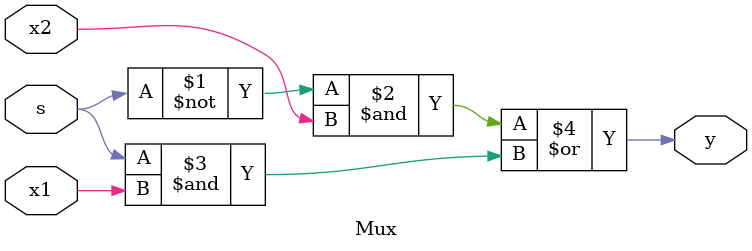
<source format=v>
`timescale 1ns / 1ps
module Mux(y, s , x1 , x2 );

input s,x1,x2;
output y;

assign y = ((~s) & x2) | (s & x1);

endmodule

</source>
